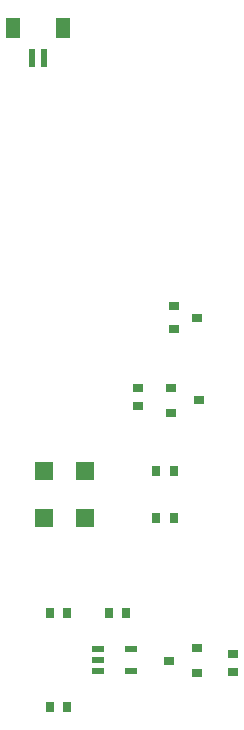
<source format=gtp>
G04*
G04 #@! TF.GenerationSoftware,Altium Limited,Altium Designer,20.0.12 (288)*
G04*
G04 Layer_Color=8421504*
%FSLAX44Y44*%
%MOMM*%
G71*
G01*
G75*
%ADD14R,0.9000X0.7000*%
%ADD15R,0.9500X0.6500*%
%ADD16R,0.9500X0.8000*%
%ADD17R,0.7000X0.9000*%
%ADD18R,1.1000X0.6000*%
%ADD19R,1.5000X1.5000*%
%ADD20R,1.2000X1.8000*%
%ADD21R,0.6000X1.5500*%
D14*
X370000Y370000D02*
D03*
Y355000D02*
D03*
X450000Y145000D02*
D03*
Y130000D02*
D03*
D15*
X421750Y360000D02*
D03*
X398250Y349500D02*
D03*
Y370500D02*
D03*
X396500Y139500D02*
D03*
X420000Y150000D02*
D03*
Y129000D02*
D03*
D16*
X400000Y439500D02*
D03*
Y420500D02*
D03*
X420000Y430000D02*
D03*
D17*
X360000Y180000D02*
D03*
X345000D02*
D03*
X400000Y300000D02*
D03*
X385000D02*
D03*
X400000Y260000D02*
D03*
X385000D02*
D03*
X310000Y180000D02*
D03*
X295000D02*
D03*
X310000Y100000D02*
D03*
X295000D02*
D03*
D18*
X336000Y149500D02*
D03*
Y140000D02*
D03*
Y130500D02*
D03*
X364000D02*
D03*
Y149500D02*
D03*
D19*
X290000Y300000D02*
D03*
X325000D02*
D03*
X290000Y260000D02*
D03*
X325000D02*
D03*
D20*
X264000Y675250D02*
D03*
X306000D02*
D03*
D21*
X290000Y650000D02*
D03*
X280000D02*
D03*
M02*

</source>
